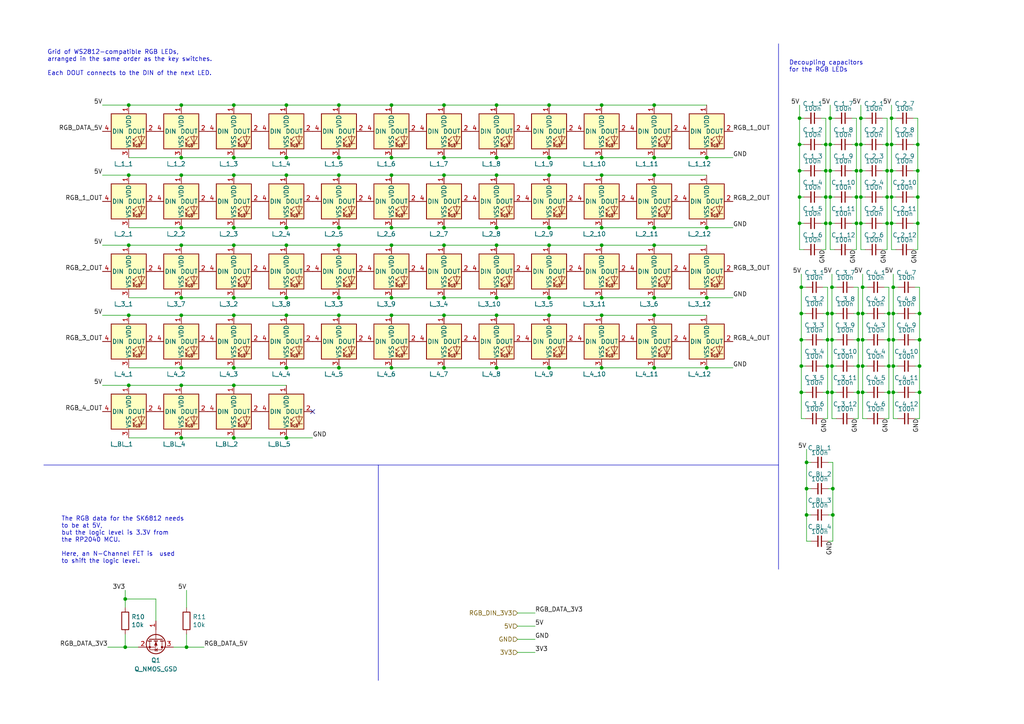
<source format=kicad_sch>
(kicad_sch (version 20250114) (generator "eeschema") (generator_version "9.0")
  (paper "A4")
  (title_block (title "PyKey40 RP2040") (date "2023-11-06") (rev "2023.1") (company "Richard Goulter"))
  (text "Grid of WS2812-compatible RGB LEDs,\narranged in the same order as the key switches.\n\nEach DOUT connects to the DIN of the next LED." (at 13.716 22.098 0) (effects (font (size 1.27 1.27)) (justify left bottom)))
  (text "Decoupling capacitors\nfor the RGB LEDs" (at 228.854 21.082 0) (effects (font (size 1.27 1.27)) (justify left bottom)))
  (text "The RGB data for the SK6812 needs\nto be at 5V,\nbut the logic level is 3.3V from\nthe RP2040 MCU.\n\nHere, an N-Channel FET is  used\nto shift the logic level." (at 17.78 163.576 0) (effects (font (size 1.27 1.27)) (justify left bottom)))
  (junction (at 204.978 106.68))
  (junction (at 257.81 90.932))
  (junction (at 258.572 57.15))
  (junction (at 174.498 91.44))
  (junction (at 52.578 91.44))
  (junction (at 257.302 49.53))
  (junction (at 67.818 111.76))
  (junction (at 248.412 64.77))
  (junction (at 128.778 71.12))
  (junction (at 98.298 86.36))
  (junction (at 128.778 50.8))
  (junction (at 52.578 45.72))
  (junction (at 240.03 98.552))
  (junction (at 52.578 106.68))
  (junction (at 266.192 57.15))
  (junction (at 52.578 86.36))
  (junction (at 249.682 41.91))
  (junction (at 54.102 187.706))
  (junction (at 257.81 106.172))
  (junction (at 52.578 127))
  (junction (at 239.522 41.91))
  (junction (at 144.018 71.12))
  (junction (at 239.522 49.53))
  (junction (at 258.572 64.77))
  (junction (at 250.19 113.792))
  (junction (at 174.498 50.8))
  (junction (at 113.538 86.36))
  (junction (at 259.08 83.312))
  (junction (at 231.902 49.53))
  (junction (at 249.682 34.29))
  (junction (at 189.738 66.04))
  (junction (at 239.522 64.77))
  (junction (at 257.81 113.792))
  (junction (at 232.41 113.792))
  (junction (at 241.554 149.352))
  (junction (at 241.3 83.312))
  (junction (at 231.902 64.77))
  (junction (at 248.412 57.15))
  (junction (at 231.902 34.29))
  (junction (at 239.522 57.15))
  (junction (at 189.738 50.8))
  (junction (at 144.018 106.68))
  (junction (at 240.03 90.932))
  (junction (at 232.41 83.312))
  (junction (at 98.298 106.68))
  (junction (at 257.81 98.552))
  (junction (at 266.7 106.172))
  (junction (at 204.978 45.72))
  (junction (at 144.018 45.72))
  (junction (at 248.92 90.932))
  (junction (at 128.778 91.44))
  (junction (at 240.03 106.172))
  (junction (at 259.08 98.552))
  (junction (at 250.19 83.312))
  (junction (at 204.978 66.04))
  (junction (at 83.058 91.44))
  (junction (at 248.92 106.172))
  (junction (at 159.258 106.68))
  (junction (at 67.818 86.36))
  (junction (at 128.778 66.04))
  (junction (at 67.818 30.48))
  (junction (at 174.498 66.04))
  (junction (at 128.778 45.72))
  (junction (at 250.19 90.932))
  (junction (at 189.738 91.44))
  (junction (at 98.298 91.44))
  (junction (at 98.298 45.72))
  (junction (at 232.41 98.552))
  (junction (at 67.818 91.44))
  (junction (at 266.7 90.932))
  (junction (at 258.572 34.29))
  (junction (at 128.778 86.36))
  (junction (at 231.902 41.91))
  (junction (at 37.338 111.76))
  (junction (at 189.738 106.68))
  (junction (at 189.738 86.36))
  (junction (at 232.41 106.172))
  (junction (at 83.058 30.48))
  (junction (at 241.3 98.552))
  (junction (at 204.978 86.36))
  (junction (at 113.538 71.12))
  (junction (at 174.498 30.48))
  (junction (at 174.498 106.68))
  (junction (at 113.538 91.44))
  (junction (at 248.92 113.792))
  (junction (at 240.792 34.29))
  (junction (at 266.192 49.53))
  (junction (at 240.792 49.53))
  (junction (at 37.338 50.8))
  (junction (at 189.738 30.48))
  (junction (at 174.498 86.36))
  (junction (at 83.058 86.36))
  (junction (at 37.338 30.48))
  (junction (at 266.192 41.91))
  (junction (at 113.538 45.72))
  (junction (at 144.018 66.04))
  (junction (at 83.058 66.04))
  (junction (at 113.538 66.04))
  (junction (at 83.058 45.72))
  (junction (at 240.792 64.77))
  (junction (at 257.302 64.77))
  (junction (at 241.3 106.172))
  (junction (at 67.818 50.8))
  (junction (at 159.258 66.04))
  (junction (at 249.682 49.53))
  (junction (at 232.41 90.932))
  (junction (at 240.03 113.792))
  (junction (at 241.3 113.792))
  (junction (at 159.258 86.36))
  (junction (at 144.018 30.48))
  (junction (at 249.682 57.15))
  (junction (at 37.338 91.44))
  (junction (at 52.578 30.48))
  (junction (at 248.412 49.53))
  (junction (at 37.338 71.12))
  (junction (at 189.738 45.72))
  (junction (at 233.934 149.352))
  (junction (at 52.578 111.76))
  (junction (at 159.258 71.12))
  (junction (at 266.7 98.552))
  (junction (at 257.302 41.91))
  (junction (at 258.572 41.91))
  (junction (at 174.498 71.12))
  (junction (at 144.018 86.36))
  (junction (at 113.538 30.48))
  (junction (at 83.058 71.12))
  (junction (at 52.578 50.8))
  (junction (at 52.578 71.12))
  (junction (at 266.192 64.77))
  (junction (at 259.08 90.932))
  (junction (at 67.818 127))
  (junction (at 98.298 30.48))
  (junction (at 248.412 41.91))
  (junction (at 159.258 45.72))
  (junction (at 144.018 50.8))
  (junction (at 83.058 106.68))
  (junction (at 159.258 30.48))
  (junction (at 159.258 91.44))
  (junction (at 259.08 113.792))
  (junction (at 67.818 71.12))
  (junction (at 52.578 66.04))
  (junction (at 241.554 141.732))
  (junction (at 259.08 106.172))
  (junction (at 240.792 41.91))
  (junction (at 36.322 187.706))
  (junction (at 231.902 57.15))
  (junction (at 98.298 71.12))
  (junction (at 233.934 134.112))
  (junction (at 83.058 50.8))
  (junction (at 128.778 30.48))
  (junction (at 128.778 106.68))
  (junction (at 144.018 91.44))
  (junction (at 174.498 45.72))
  (junction (at 189.738 71.12))
  (junction (at 67.818 66.04))
  (junction (at 266.7 113.792))
  (junction (at 257.302 57.15))
  (junction (at 250.19 106.172))
  (junction (at 113.538 106.68))
  (junction (at 258.572 49.53))
  (junction (at 249.682 64.77))
  (junction (at 240.792 57.15))
  (junction (at 67.818 106.68))
  (junction (at 67.818 45.72))
  (junction (at 98.298 50.8))
  (junction (at 36.322 173.736))
  (junction (at 159.258 50.8))
  (junction (at 248.92 98.552))
  (junction (at 233.934 141.732))
  (junction (at 83.058 127))
  (junction (at 241.3 90.932))
  (junction (at 98.298 66.04))
  (junction (at 250.19 98.552))
  (junction (at 113.538 50.8))
  (no_connect (at 90.678 119.38))
  (wire (pts (xy 266.7 113.792) (xy 266.7 121.412)))
  (wire (pts (xy 231.902 57.15) (xy 231.902 49.53)))
  (wire (pts (xy 249.682 64.77) (xy 249.682 57.15)))
  (wire (pts (xy 259.08 113.792) (xy 259.08 106.172)))
  (wire (pts (xy 67.818 111.76) (xy 83.058 111.76)))
  (wire (pts (xy 257.81 106.172) (xy 257.81 113.792)))
  (wire (pts (xy 98.298 86.36) (xy 113.538 86.36)))
  (wire (pts (xy 113.538 30.48) (xy 128.778 30.48)))
  (wire (pts (xy 37.338 66.04) (xy 52.578 66.04)))
  (wire (pts (xy 174.498 86.36) (xy 189.738 86.36)))
  (wire (pts (xy 232.41 113.792) (xy 233.68 113.792)))
  (wire (pts (xy 247.142 41.91) (xy 248.412 41.91)))
  (wire (pts (xy 264.922 49.53) (xy 266.192 49.53)))
  (wire (pts (xy 258.572 34.29) (xy 259.842 34.29)))
  (wire (pts (xy 257.81 113.792) (xy 256.54 113.792)))
  (wire (pts (xy 257.81 98.552) (xy 257.81 106.172)))
  (wire (pts (xy 113.538 45.72) (xy 128.778 45.72)))
  (wire (pts (xy 241.554 141.732) (xy 241.554 149.352)))
  (wire (pts (xy 242.062 72.39) (xy 240.792 72.39)))
  (wire (pts (xy 67.818 127) (xy 83.058 127)))
  (wire (pts (xy 159.258 106.68) (xy 174.498 106.68)))
  (wire (pts (xy 256.54 83.312) (xy 257.81 83.312)))
  (wire (pts (xy 67.818 45.72) (xy 83.058 45.72)))
  (wire (pts (xy 241.554 156.972) (xy 240.284 156.972)))
  (wire (pts (xy 37.338 71.12) (xy 52.578 71.12)))
  (wire (pts (xy 248.92 113.792) (xy 247.65 113.792)))
  (wire (pts (xy 239.522 57.15) (xy 239.522 64.77)))
  (wire (pts (xy 232.41 98.552) (xy 232.41 90.932)))
  (wire (pts (xy 258.572 72.39) (xy 258.572 64.77)))
  (wire (pts (xy 233.934 130.302) (xy 233.934 134.112)))
  (wire (pts (xy 259.08 106.172) (xy 260.35 106.172)))
  (wire (pts (xy 241.3 79.502) (xy 241.3 83.312)))
  (wire (pts (xy 231.902 72.39) (xy 231.902 64.77)))
  (wire (pts (xy 257.81 113.792) (xy 257.81 121.412)))
  (wire (pts (xy 159.258 71.12) (xy 174.498 71.12)))
  (wire (pts (xy 240.03 106.172) (xy 240.03 113.792)))
  (wire (pts (xy 240.03 90.932) (xy 240.03 98.552)))
  (wire (pts (xy 45.212 173.736) (xy 45.212 180.086)))
  (wire (pts (xy 113.538 86.36) (xy 128.778 86.36)))
  (wire (pts (xy 52.578 106.68) (xy 67.818 106.68)))
  (wire (pts (xy 144.018 50.8) (xy 159.258 50.8)))
  (wire (pts (xy 266.192 34.29) (xy 264.922 34.29)))
  (wire (pts (xy 174.498 91.44) (xy 189.738 91.44)))
  (wire (pts (xy 266.7 98.552) (xy 266.7 90.932)))
  (wire (pts (xy 266.7 113.792) (xy 265.43 113.792)))
  (wire (pts (xy 159.258 86.36) (xy 174.498 86.36)))
  (wire (pts (xy 204.978 106.68) (xy 212.598 106.68)))
  (wire (pts (xy 266.7 90.932) (xy 266.7 83.312)))
  (wire (pts (xy 247.142 49.53) (xy 248.412 49.53)))
  (wire (pts (xy 36.322 173.736) (xy 45.212 173.736)))
  (wire (pts (xy 29.718 111.76) (xy 37.338 111.76)))
  (wire (pts (xy 250.19 106.172) (xy 250.19 98.552)))
  (wire (pts (xy 29.718 71.12) (xy 37.338 71.12)))
  (wire (pts (xy 258.572 57.15) (xy 258.572 49.53)))
  (wire (pts (xy 144.018 66.04) (xy 159.258 66.04)))
  (wire (pts (xy 240.792 34.29) (xy 242.062 34.29)))
  (wire (pts (xy 159.258 66.04) (xy 174.498 66.04)))
  (wire (pts (xy 98.298 71.12) (xy 113.538 71.12)))
  (wire (pts (xy 248.412 41.91) (xy 248.412 34.29)))
  (wire (pts (xy 231.902 49.53) (xy 233.172 49.53)))
  (wire (pts (xy 52.578 127) (xy 67.818 127)))
  (wire (pts (xy 240.792 41.91) (xy 242.062 41.91)))
  (wire (pts (xy 248.412 64.77) (xy 247.142 64.77)))
  (wire (pts (xy 98.298 30.48) (xy 113.538 30.48)))
  (wire (pts (xy 265.43 90.932) (xy 266.7 90.932)))
  (wire (pts (xy 98.298 45.72) (xy 113.538 45.72)))
  (wire (pts (xy 231.902 30.48) (xy 231.902 34.29)))
  (wire (pts (xy 249.682 49.53) (xy 249.682 41.91)))
  (wire (pts (xy 266.7 83.312) (xy 265.43 83.312)))
  (wire (pts (xy 258.572 64.77) (xy 258.572 57.15)))
  (wire (pts (xy 144.018 71.12) (xy 159.258 71.12)))
  (wire (pts (xy 266.192 49.53) (xy 266.192 57.15)))
  (wire (pts (xy 248.92 98.552) (xy 248.92 90.932)))
  (wire (pts (xy 250.19 113.792) (xy 250.19 106.172)))
  (wire (pts (xy 248.412 49.53) (xy 248.412 57.15)))
  (wire (pts (xy 250.19 90.932) (xy 250.19 83.312)))
  (wire (pts (xy 189.738 71.12) (xy 204.978 71.12)))
  (wire (pts (xy 240.03 83.312) (xy 240.03 90.932)))
  (wire (pts (xy 36.322 171.196) (xy 36.322 173.736)))
  (wire (pts (xy 37.338 50.8) (xy 52.578 50.8)))
  (wire (pts (xy 249.682 57.15) (xy 249.682 49.53)))
  (wire (pts (xy 248.92 121.412) (xy 247.65 121.412)))
  (wire (pts (xy 98.298 106.68) (xy 113.538 106.68)))
  (wire (pts (xy 241.554 134.112) (xy 241.554 141.732)))
  (wire (pts (xy 248.92 106.172) (xy 248.92 113.792)))
  (wire (pts (xy 240.792 64.77) (xy 240.792 57.15)))
  (wire (pts (xy 257.302 41.91) (xy 257.302 49.53)))
  (wire (pts (xy 150.114 185.42) (xy 155.194 185.42)))
  (wire (pts (xy 250.19 113.792) (xy 251.46 113.792)))
  (wire (pts (xy 231.902 72.39) (xy 233.172 72.39)))
  (wire (pts (xy 159.258 91.44) (xy 174.498 91.44)))
  (wire (pts (xy 36.322 187.706) (xy 31.242 187.706)))
  (wire (pts (xy 233.934 141.732) (xy 233.934 134.112)))
  (wire (pts (xy 189.738 50.8) (xy 204.978 50.8)))
  (wire (pts (xy 83.058 50.8) (xy 98.298 50.8)))
  (wire (pts (xy 239.522 41.91) (xy 238.252 41.91)))
  (wire (pts (xy 83.058 106.68) (xy 98.298 106.68)))
  (wire (pts (xy 98.298 91.44) (xy 113.538 91.44)))
  (wire (pts (xy 239.522 72.39) (xy 238.252 72.39)))
  (wire (pts (xy 67.818 106.68) (xy 83.058 106.68)))
  (wire (pts (xy 239.522 41.91) (xy 239.522 49.53)))
  (wire (pts (xy 128.778 66.04) (xy 144.018 66.04)))
  (wire (pts (xy 232.41 121.412) (xy 233.68 121.412)))
  (wire (pts (xy 249.682 64.77) (xy 250.952 64.77)))
  (wire (pts (xy 250.19 121.412) (xy 251.46 121.412)))
  (wire (pts (xy 266.192 57.15) (xy 266.192 64.77)))
  (wire (pts (xy 128.778 50.8) (xy 144.018 50.8)))
  (wire (pts (xy 240.03 98.552) (xy 240.03 106.172)))
  (wire (pts (xy 247.65 98.552) (xy 248.92 98.552)))
  (wire (pts (xy 266.7 121.412) (xy 265.43 121.412)))
  (wire (pts (xy 256.032 34.29) (xy 257.302 34.29)))
  (wire (pts (xy 174.498 71.12) (xy 189.738 71.12)))
  (wire (pts (xy 257.302 64.77) (xy 257.302 72.39)))
  (wire (pts (xy 232.41 90.932) (xy 232.41 83.312)))
  (wire (pts (xy 248.92 98.552) (xy 248.92 106.172)))
  (wire (pts (xy 67.818 30.48) (xy 83.058 30.48)))
  (wire (pts (xy 259.08 90.932) (xy 259.08 83.312)))
  (wire (pts (xy 159.258 30.48) (xy 174.498 30.48)))
  (wire (pts (xy 83.058 71.12) (xy 98.298 71.12)))
  (wire (pts (xy 258.572 49.53) (xy 259.842 49.53)))
  (wire (pts (xy 37.338 30.48) (xy 52.578 30.48)))
  (wire (pts (xy 54.102 171.196) (xy 54.102 176.276)))
  (wire (pts (xy 189.738 30.48) (xy 204.978 30.48)))
  (wire (pts (xy 144.018 91.44) (xy 159.258 91.44)))
  (wire (pts (xy 257.81 83.312) (xy 257.81 90.932)))
  (wire (pts (xy 250.19 121.412) (xy 250.19 113.792)))
  (wire (pts (xy 239.522 49.53) (xy 239.522 57.15)))
  (wire (pts (xy 144.018 106.68) (xy 159.258 106.68)))
  (wire (pts (xy 265.43 98.552) (xy 266.7 98.552)))
  (wire (pts (xy 240.03 90.932) (xy 238.76 90.932)))
  (wire (pts (xy 231.902 34.29) (xy 233.172 34.29)))
  (wire (pts (xy 37.338 106.68) (xy 52.578 106.68)))
  (wire (pts (xy 259.08 98.552) (xy 259.08 90.932)))
  (wire (pts (xy 240.792 64.77) (xy 242.062 64.77)))
  (wire (pts (xy 37.338 45.72) (xy 52.578 45.72)))
  (wire (pts (xy 258.572 41.91) (xy 259.842 41.91)))
  (wire (pts (xy 54.102 187.706) (xy 54.102 183.896)))
  (wire (pts (xy 241.554 149.352) (xy 241.554 156.972)))
  (wire (pts (xy 258.572 49.53) (xy 258.572 41.91)))
  (wire (pts (xy 241.554 141.732) (xy 240.284 141.732)))
  (wire (pts (xy 150.114 177.8) (xy 155.194 177.8)))
  (wire (pts (xy 257.302 41.91) (xy 256.032 41.91)))
  (polyline (pts (xy 225.806 12.7) (xy 225.806 165.1)))
  (wire (pts (xy 248.412 57.15) (xy 248.412 64.77)))
  (wire (pts (xy 232.41 106.172) (xy 233.68 106.172)))
  (wire (pts (xy 264.922 41.91) (xy 266.192 41.91)))
  (wire (pts (xy 240.03 98.552) (xy 238.76 98.552)))
  (wire (pts (xy 250.19 98.552) (xy 251.46 98.552)))
  (wire (pts (xy 248.412 72.39) (xy 247.142 72.39)))
  (wire (pts (xy 249.682 30.48) (xy 249.682 34.29)))
  (wire (pts (xy 40.132 187.706) (xy 36.322 187.706)))
  (wire (pts (xy 257.302 72.39) (xy 256.032 72.39)))
  (wire (pts (xy 52.578 50.8) (xy 67.818 50.8)))
  (wire (pts (xy 257.302 34.29) (xy 257.302 41.91)))
  (wire (pts (xy 52.578 30.48) (xy 67.818 30.48)))
  (wire (pts (xy 232.41 113.792) (xy 232.41 106.172)))
  (wire (pts (xy 54.102 187.706) (xy 59.182 187.706)))
  (wire (pts (xy 231.902 41.91) (xy 233.172 41.91)))
  (wire (pts (xy 259.08 90.932) (xy 260.35 90.932)))
  (wire (pts (xy 113.538 91.44) (xy 128.778 91.44)))
  (wire (pts (xy 37.338 86.36) (xy 52.578 86.36)))
  (wire (pts (xy 204.978 66.04) (xy 212.598 66.04)))
  (wire (pts (xy 52.578 45.72) (xy 67.818 45.72)))
  (wire (pts (xy 113.538 71.12) (xy 128.778 71.12)))
  (wire (pts (xy 232.41 83.312) (xy 233.68 83.312)))
  (wire (pts (xy 248.412 34.29) (xy 247.142 34.29)))
  (wire (pts (xy 83.058 127) (xy 90.678 127)))
  (wire (pts (xy 174.498 30.48) (xy 189.738 30.48)))
  (wire (pts (xy 248.92 90.932) (xy 248.92 83.312)))
  (wire (pts (xy 240.792 30.48) (xy 240.792 34.29)))
  (wire (pts (xy 233.934 134.112) (xy 235.204 134.112)))
  (wire (pts (xy 36.322 173.736) (xy 36.322 176.276)))
  (wire (pts (xy 50.292 187.706) (xy 54.102 187.706)))
  (wire (pts (xy 52.578 111.76) (xy 67.818 111.76)))
  (wire (pts (xy 36.322 183.896) (xy 36.322 187.706)))
  (wire (pts (xy 232.41 79.502) (xy 232.41 83.312)))
  (wire (pts (xy 240.792 57.15) (xy 240.792 49.53)))
  (wire (pts (xy 266.192 72.39) (xy 264.922 72.39)))
  (wire (pts (xy 257.302 49.53) (xy 256.032 49.53)))
  (wire (pts (xy 240.03 121.412) (xy 238.76 121.412)))
  (wire (pts (xy 240.792 49.53) (xy 242.062 49.53)))
  (wire (pts (xy 37.338 127) (xy 52.578 127)))
  (wire (pts (xy 67.818 91.44) (xy 83.058 91.44)))
  (wire (pts (xy 83.058 91.44) (xy 98.298 91.44)))
  (wire (pts (xy 241.3 98.552) (xy 242.57 98.552)))
  (wire (pts (xy 233.934 156.972) (xy 235.204 156.972)))
  (wire (pts (xy 239.522 49.53) (xy 238.252 49.53)))
  (wire (pts (xy 128.778 86.36) (xy 144.018 86.36)))
  (wire (pts (xy 233.934 149.352) (xy 233.934 141.732)))
  (wire (pts (xy 249.682 41.91) (xy 249.682 34.29)))
  (wire (pts (xy 174.498 50.8) (xy 189.738 50.8)))
  (wire (pts (xy 233.934 149.352) (xy 235.204 149.352)))
  (wire (pts (xy 232.41 106.172) (xy 232.41 98.552)))
  (wire (pts (xy 29.718 30.48) (xy 37.338 30.48)))
  (wire (pts (xy 52.578 91.44) (xy 67.818 91.44)))
  (wire (pts (xy 257.81 90.932) (xy 257.81 98.552)))
  (wire (pts (xy 240.03 106.172) (xy 238.76 106.172)))
  (wire (pts (xy 37.338 91.44) (xy 52.578 91.44)))
  (wire (pts (xy 83.058 86.36) (xy 98.298 86.36)))
  (wire (pts (xy 150.114 181.61) (xy 155.194 181.61)))
  (wire (pts (xy 144.018 45.72) (xy 159.258 45.72)))
  (wire (pts (xy 241.3 121.412) (xy 241.3 113.792)))
  (wire (pts (xy 239.522 64.77) (xy 239.522 72.39)))
  (wire (pts (xy 238.252 34.29) (xy 239.522 34.29)))
  (wire (pts (xy 247.142 57.15) (xy 248.412 57.15)))
  (wire (pts (xy 37.338 111.76) (xy 52.578 111.76)))
  (wire (pts (xy 233.934 156.972) (xy 233.934 149.352)))
  (wire (pts (xy 257.302 57.15) (xy 257.302 64.77)))
  (wire (pts (xy 257.81 106.172) (xy 256.54 106.172)))
  (wire (pts (xy 174.498 66.04) (xy 189.738 66.04)))
  (wire (pts (xy 231.902 57.15) (xy 233.172 57.15)))
  (wire (pts (xy 128.778 91.44) (xy 144.018 91.44)))
  (wire (pts (xy 189.738 66.04) (xy 204.978 66.04)))
  (wire (pts (xy 98.298 50.8) (xy 113.538 50.8)))
  (wire (pts (xy 128.778 30.48) (xy 144.018 30.48)))
  (wire (pts (xy 150.114 189.23) (xy 155.194 189.23)))
  (wire (pts (xy 247.65 90.932) (xy 248.92 90.932)))
  (wire (pts (xy 249.682 41.91) (xy 250.952 41.91)))
  (wire (pts (xy 264.922 57.15) (xy 266.192 57.15)))
  (wire (pts (xy 259.08 113.792) (xy 260.35 113.792)))
  (wire (pts (xy 128.778 106.68) (xy 144.018 106.68)))
  (wire (pts (xy 265.43 106.172) (xy 266.7 106.172)))
  (wire (pts (xy 174.498 45.72) (xy 189.738 45.72)))
  (wire (pts (xy 239.522 64.77) (xy 238.252 64.77)))
  (wire (pts (xy 67.818 66.04) (xy 83.058 66.04)))
  (polyline (pts (xy 109.728 134.874) (xy 109.728 197.358)))
  (wire (pts (xy 128.778 71.12) (xy 144.018 71.12)))
  (wire (pts (xy 257.81 121.412) (xy 256.54 121.412)))
  (wire (pts (xy 266.192 64.77) (xy 266.192 72.39)))
  (wire (pts (xy 67.818 86.36) (xy 83.058 86.36)))
  (wire (pts (xy 144.018 86.36) (xy 159.258 86.36)))
  (wire (pts (xy 249.682 72.39) (xy 249.682 64.77)))
  (wire (pts (xy 259.08 106.172) (xy 259.08 98.552)))
  (wire (pts (xy 231.902 64.77) (xy 231.902 57.15)))
  (wire (pts (xy 259.08 83.312) (xy 260.35 83.312)))
  (wire (pts (xy 241.554 149.352) (xy 240.284 149.352)))
  (wire (pts (xy 174.498 106.68) (xy 189.738 106.68)))
  (wire (pts (xy 232.41 121.412) (xy 232.41 113.792)))
  (wire (pts (xy 257.81 98.552) (xy 256.54 98.552)))
  (wire (pts (xy 231.902 49.53) (xy 231.902 41.91)))
  (wire (pts (xy 189.738 45.72) (xy 204.978 45.72)))
  (polyline (pts (xy 12.7 134.874) (xy 225.806 134.874)))
  (wire (pts (xy 67.818 71.12) (xy 83.058 71.12)))
  (wire (pts (xy 67.818 50.8) (xy 83.058 50.8)))
  (wire (pts (xy 113.538 50.8) (xy 128.778 50.8)))
  (wire (pts (xy 159.258 45.72) (xy 174.498 45.72)))
  (wire (pts (xy 258.572 57.15) (xy 259.842 57.15)))
  (wire (pts (xy 29.718 50.8) (xy 37.338 50.8)))
  (wire (pts (xy 248.92 83.312) (xy 247.65 83.312)))
  (wire (pts (xy 231.902 41.91) (xy 231.902 34.29)))
  (wire (pts (xy 83.058 45.72) (xy 98.298 45.72)))
  (wire (pts (xy 250.19 83.312) (xy 251.46 83.312)))
  (wire (pts (xy 241.3 113.792) (xy 241.3 106.172)))
  (wire (pts (xy 247.65 106.172) (xy 248.92 106.172)))
  (wire (pts (xy 232.41 98.552) (xy 233.68 98.552)))
  (wire (pts (xy 144.018 30.48) (xy 159.258 30.48)))
  (wire (pts (xy 241.3 90.932) (xy 242.57 90.932)))
  (wire (pts (xy 189.738 91.44) (xy 204.978 91.44)))
  (wire (pts (xy 240.03 113.792) (xy 240.03 121.412)))
  (wire (pts (xy 249.682 49.53) (xy 250.952 49.53)))
  (wire (pts (xy 83.058 30.48) (xy 98.298 30.48)))
  (wire (pts (xy 260.35 121.412) (xy 259.08 121.412)))
  (wire (pts (xy 248.412 49.53) (xy 248.412 41.91)))
  (wire (pts (xy 239.522 34.29) (xy 239.522 41.91)))
  (wire (pts (xy 241.3 113.792) (xy 242.57 113.792)))
  (wire (pts (xy 240.792 57.15) (xy 242.062 57.15)))
  (wire (pts (xy 266.192 64.77) (xy 264.922 64.77)))
  (wire (pts (xy 258.572 64.77) (xy 259.842 64.77)))
  (wire (pts (xy 249.682 72.39) (xy 250.952 72.39)))
  (wire (pts (xy 83.058 66.04) (xy 98.298 66.04)))
  (wire (pts (xy 250.19 98.552) (xy 250.19 90.932)))
  (wire (pts (xy 52.578 71.12) (xy 67.818 71.12)))
  (wire (pts (xy 259.08 121.412) (xy 259.08 113.792)))
  (wire (pts (xy 128.778 45.72) (xy 144.018 45.72)))
  (wire (pts (xy 232.41 90.932) (xy 233.68 90.932)))
  (wire (pts (xy 98.298 66.04) (xy 113.538 66.04)))
  (wire (pts (xy 52.578 66.04) (xy 67.818 66.04)))
  (wire (pts (xy 257.302 64.77) (xy 256.032 64.77)))
  (wire (pts (xy 257.302 49.53) (xy 257.302 57.15)))
  (wire (pts (xy 113.538 66.04) (xy 128.778 66.04)))
  (wire (pts (xy 189.738 86.36) (xy 204.978 86.36)))
  (wire (pts (xy 257.302 57.15) (xy 256.032 57.15)))
  (wire (pts (xy 240.03 113.792) (xy 238.76 113.792)))
  (wire (pts (xy 29.718 91.44) (xy 37.338 91.44)))
  (wire (pts (xy 249.682 57.15) (xy 250.952 57.15)))
  (wire (pts (xy 240.792 41.91) (xy 240.792 34.29)))
  (wire (pts (xy 240.284 134.112) (xy 241.554 134.112)))
  (wire (pts (xy 240.792 49.53) (xy 240.792 41.91)))
  (wire (pts (xy 258.572 41.91) (xy 258.572 34.29)))
  (wire (pts (xy 204.978 45.72) (xy 212.598 45.72)))
  (wire (pts (xy 250.19 106.172) (xy 251.46 106.172)))
  (wire (pts (xy 239.522 57.15) (xy 238.252 57.15)))
  (wire (pts (xy 204.978 86.36) (xy 212.598 86.36)))
  (wire (pts (xy 241.3 90.932) (xy 241.3 83.312)))
  (wire (pts (xy 240.792 72.39) (xy 240.792 64.77)))
  (wire (pts (xy 241.3 106.172) (xy 241.3 98.552)))
  (wire (pts (xy 266.7 98.552) (xy 266.7 106.172)))
  (wire (pts (xy 241.3 106.172) (xy 242.57 106.172)))
  (wire (pts (xy 248.412 64.77) (xy 248.412 72.39)))
  (wire (pts (xy 249.682 34.29) (xy 250.952 34.29)))
  (wire (pts (xy 233.934 141.732) (xy 235.204 141.732)))
  (wire (pts (xy 242.57 121.412) (xy 241.3 121.412)))
  (wire (pts (xy 250.19 79.502) (xy 250.19 83.312)))
  (wire (pts (xy 231.902 64.77) (xy 233.172 64.77)))
  (wire (pts (xy 250.19 90.932) (xy 251.46 90.932)))
  (wire (pts (xy 258.572 30.48) (xy 258.572 34.29)))
  (wire (pts (xy 52.578 86.36) (xy 67.818 86.36)))
  (wire (pts (xy 266.192 41.91) (xy 266.192 34.29)))
  (wire (pts (xy 189.738 106.68) (xy 204.978 106.68)))
  (wire (pts (xy 159.258 50.8) (xy 174.498 50.8)))
  (wire (pts (xy 259.08 79.502) (xy 259.08 83.312)))
  (wire (pts (xy 259.08 98.552) (xy 260.35 98.552)))
  (wire (pts (xy 257.81 90.932) (xy 256.54 90.932)))
  (wire (pts (xy 248.92 113.792) (xy 248.92 121.412)))
  (wire (pts (xy 259.842 72.39) (xy 258.572 72.39)))
  (wire (pts (xy 266.192 49.53) (xy 266.192 41.91)))
  (wire (pts (xy 241.3 98.552) (xy 241.3 90.932)))
  (wire (pts (xy 266.7 106.172) (xy 266.7 113.792)))
  (wire (pts (xy 241.3 83.312) (xy 242.57 83.312)))
  (wire (pts (xy 113.538 106.68) (xy 128.778 106.68)))
  (wire (pts (xy 238.76 83.312) (xy 240.03 83.312)))
  (label "5V" (at 29.718 71.12 180))
  (label "GND" (at 257.302 72.39 270))
  (label "GND" (at 212.598 45.72 0))
  (label "3V3" (at 36.322 171.196 180))
  (label "RGB_DATA_5V" (at 29.718 38.1 180))
  (label "RGB_4_OUT" (at 212.598 99.06 0))
  (label "RGB_1_OUT" (at 212.598 38.1 0))
  (label "RGB_4_OUT" (at 29.718 119.38 180))
  (label "5V" (at 29.718 91.44 180))
  (label "GND" (at 241.554 156.972 270))
  (label "RGB_DATA_3V3" (at 31.242 187.706 180))
  (label "GND" (at 240.03 121.412 270))
  (label "RGB_DATA_3V3" (at 155.194 177.8 0))
  (label "5V" (at 240.792 30.48 180))
  (label "5V" (at 29.718 111.76 180))
  (label "RGB_1_OUT" (at 29.718 58.42 180))
  (label "GND" (at 248.92 121.412 270))
  (label "GND" (at 239.522 72.39 270))
  (label "GND" (at 266.192 72.39 270))
  (label "5V" (at 29.718 50.8 180))
  (label "5V" (at 249.682 30.48 180))
  (label "5V" (at 233.934 130.302 180))
  (label "5V" (at 29.718 30.48 180))
  (label "GND" (at 212.598 66.04 0))
  (label "5V" (at 231.902 30.48 180))
  (label "RGB_2_OUT" (at 29.718 78.74 180))
  (label "5V" (at 54.102 171.196 180))
  (label "GND" (at 212.598 86.36 0))
  (label "GND" (at 90.678 127 0))
  (label "5V" (at 232.41 79.502 180))
  (label "RGB_2_OUT" (at 212.598 58.42 0))
  (label "RGB_3_OUT" (at 29.718 99.06 180))
  (label "RGB_DATA_5V" (at 59.182 187.706 0))
  (label "5V" (at 250.19 79.502 180))
  (label "GND" (at 155.194 185.42 0))
  (label "5V" (at 258.572 30.48 180))
  (label "5V" (at 155.194 181.61 0))
  (label "GND" (at 248.412 72.39 270))
  (label "GND" (at 212.598 106.68 0))
  (label "3V3" (at 155.194 189.23 0))
  (label "GND" (at 257.81 121.412 270))
  (label "5V" (at 259.08 79.502 180))
  (label "RGB_3_OUT" (at 212.598 78.74 0))
  (label "5V" (at 241.3 79.502 180))
  (label "GND" (at 266.7 121.412 270))
  (hierarchical_label "5V" (shape input) (at 150.114 181.61 180))
  (hierarchical_label "3V3" (shape input) (at 150.114 189.23 180))
  (hierarchical_label "GND" (shape input) (at 150.114 185.42 180))
  (hierarchical_label "RGB_DIN_3V3" (shape input) (at 150.114 177.8 180))
  (symbol (lib_id "LED:WS2812B") (at 83.058 58.42 0) (unit 1)
    (property "Reference" "L_2_4" (at 84.328 68.58 0) (effects (justify right bottom)))
    (property "Value" "SK6812" (effects (hide yes)))
    (property "Footprint" "ProjectLocal:SK6812-MINI-E" (effects (hide yes)))
    (property "Datasheet" "https://cdn-shop.adafruit.com/datasheets/WS2812B.pdf" (effects (hide yes)))
    (property "Description" "RGB LED" (effects (hide yes)))
    (property "LCSC" "C5149201" (effects (hide yes)))
  )
  (symbol (lib_id "Device:C_Small") (at 262.89 83.312 270) (unit 1)
    (property "Reference" "C_4_7" (at 262.89 79.8322 90) (effects (justify bottom)))
    (property "Value" "100n" (at 262.89 79.8068 90) (effects (justify top)))
    (property "Footprint" "Capacitor_SMD:C_0603_1608Metric" (effects (hide yes)))
    (property "Description" "Capacitor (Through-hole or 0805)" (effects (hide yes)))
    (property "LCSC" "C14663" (effects (hide yes)))
  )
  (symbol (lib_id "Device:C_Small") (at 262.89 113.792 270) (unit 1)
    (property "Reference" "C_4_11" (at 262.89 110.3122 90) (effects (justify bottom)))
    (property "Value" "100n" (at 262.89 110.2868 90) (effects (justify top)))
    (property "Footprint" "Capacitor_SMD:C_0603_1608Metric" (effects (hide yes)))
    (property "Description" "Capacitor (Through-hole or 0805)" (effects (hide yes)))
    (property "LCSC" "C14663" (effects (hide yes)))
  )
  (symbol (lib_id "Device:C_Small") (at 244.602 41.91 270) (unit 1)
    (property "Reference" "C_1_8" (at 244.602 38.4302 90) (effects (justify bottom)))
    (property "Value" "100n" (at 244.602 38.4048 90) (effects (justify top)))
    (property "Footprint" "Capacitor_SMD:C_0603_1608Metric" (effects (hide yes)))
    (property "Description" "Capacitor (Through-hole or 0805)" (effects (hide yes)))
    (property "LCSC" "C14663" (effects (hide yes)))
  )
  (symbol (lib_id "LED:WS2812B") (at 98.298 78.74 0) (unit 1)
    (property "Reference" "L_3_5" (at 99.568 88.9 0) (effects (justify right bottom)))
    (property "Value" "SK6812" (effects (hide yes)))
    (property "Footprint" "ProjectLocal:SK6812-MINI-E" (effects (hide yes)))
    (property "Datasheet" "https://cdn-shop.adafruit.com/datasheets/WS2812B.pdf" (effects (hide yes)))
    (property "Description" "RGB LED" (effects (hide yes)))
    (property "LCSC" "C5149201" (effects (hide yes)))
    (instances (project "keyboard-x2-lumberjack-arm-hsrgb" (path "" (reference "L_3_3") (unit 1))) (project "PyKey40-HS" (path "" (reference "L_3_5") (unit 1))))
  )
  (symbol (lib_id "LED:WS2812B") (at 37.338 58.42 0) (unit 1)
    (property "Reference" "L_2_1" (at 38.608 68.58 0) (effects (justify right bottom)))
    (property "Value" "SK6812" (effects (hide yes)))
    (property "Footprint" "ProjectLocal:SK6812-MINI-E" (effects (hide yes)))
    (property "Datasheet" "https://cdn-shop.adafruit.com/datasheets/WS2812B.pdf" (effects (hide yes)))
    (property "Description" "RGB LED" (effects (hide yes)))
    (property "LCSC" "C5149201" (effects (hide yes)))
  )
  (symbol (lib_id "Device:C_Small") (at 235.712 72.39 270) (unit 1)
    (property "Reference" "C_1_6" (at 235.712 68.9102 90) (effects (justify bottom)))
    (property "Value" "100n" (at 235.712 68.8848 90) (effects (justify top)))
    (property "Footprint" "Capacitor_SMD:C_0603_1608Metric" (effects (hide yes)))
    (property "Description" "Capacitor (Through-hole or 0805)" (effects (hide yes)))
    (property "LCSC" "C14663" (effects (hide yes)))
  )
  (symbol (lib_id "LED:WS2812B") (at 113.538 99.06 0) (unit 1)
    (property "Reference" "L_4_6" (at 114.808 109.22 0) (effects (justify right bottom)))
    (property "Value" "SK6812" (effects (hide yes)))
    (property "Footprint" "ProjectLocal:SK6812-MINI-E" (effects (hide yes)))
    (property "Datasheet" "https://cdn-shop.adafruit.com/datasheets/WS2812B.pdf" (effects (hide yes)))
    (property "Description" "RGB LED" (effects (hide yes)))
    (property "LCSC" "C5149201" (effects (hide yes)))
  )
  (symbol (lib_id "LED:WS2812B") (at 52.578 38.1 0) (unit 1)
    (property "Reference" "L_1_2" (at 53.848 48.26 0) (effects (justify right bottom)))
    (property "Value" "SK6812" (effects (hide yes)))
    (property "Footprint" "ProjectLocal:SK6812-MINI-E" (effects (hide yes)))
    (property "Datasheet" "https://cdn-shop.adafruit.com/datasheets/WS2812B.pdf" (effects (hide yes)))
    (property "Description" "RGB LED" (effects (hide yes)))
    (property "LCSC" "C5149201" (effects (hide yes)))
  )
  (symbol (lib_id "Device:C_Small") (at 253.492 41.91 270) (unit 1)
    (property "Reference" "C_2_2" (at 253.492 38.4302 90) (effects (justify bottom)))
    (property "Value" "100n" (at 253.492 38.4048 90) (effects (justify top)))
    (property "Footprint" "Capacitor_SMD:C_0603_1608Metric" (effects (hide yes)))
    (property "Description" "Capacitor (Through-hole or 0805)" (effects (hide yes)))
    (property "LCSC" "C14663" (effects (hide yes)))
  )
  (symbol (lib_id "Device:C_Small") (at 236.22 113.792 270) (unit 1)
    (property "Reference" "C_3_5" (at 236.22 110.3122 90) (effects (justify bottom)))
    (property "Value" "100n" (at 236.22 110.2868 90) (effects (justify top)))
    (property "Footprint" "Capacitor_SMD:C_0603_1608Metric" (effects (hide yes)))
    (property "Description" "Capacitor (Through-hole or 0805)" (effects (hide yes)))
    (property "LCSC" "C14663" (effects (hide yes)))
  )
  (symbol (lib_id "Device:C_Small") (at 262.382 34.29 270) (unit 1)
    (property "Reference" "C_2_7" (at 262.382 30.8102 90) (effects (justify bottom)))
    (property "Value" "100n" (at 262.382 30.7848 90) (effects (justify top)))
    (property "Footprint" "Capacitor_SMD:C_0603_1608Metric" (effects (hide yes)))
    (property "Description" "Capacitor (Through-hole or 0805)" (effects (hide yes)))
    (property "LCSC" "C14663" (effects (hide yes)))
  )
  (symbol (lib_id "LED:WS2812B") (at 144.018 58.42 0) (unit 1)
    (property "Reference" "L_2_8" (at 145.288 68.58 0) (effects (justify right bottom)))
    (property "Value" "SK6812" (effects (hide yes)))
    (property "Footprint" "ProjectLocal:SK6812-MINI-E" (effects (hide yes)))
    (property "Datasheet" "https://cdn-shop.adafruit.com/datasheets/WS2812B.pdf" (effects (hide yes)))
    (property "Description" "RGB LED" (effects (hide yes)))
    (property "LCSC" "C5149201" (effects (hide yes)))
  )
  (symbol (lib_id "Device:C_Small") (at 237.744 149.352 270) (unit 1)
    (property "Reference" "C_BL_3" (at 237.744 145.8722 90) (effects (justify bottom)))
    (property "Value" "100n" (at 237.744 145.8468 90) (effects (justify top)))
    (property "Footprint" "Capacitor_SMD:C_0603_1608Metric" (effects (hide yes)))
    (property "Description" "Capacitor (Through-hole or 0805)" (effects (hide yes)))
    (property "LCSC" "C14663" (effects (hide yes)))
  )
  (symbol (lib_id "Device:C_Small") (at 235.712 34.29 270) (unit 1)
    (property "Reference" "C_1_1" (at 235.712 30.8102 90) (effects (justify bottom)))
    (property "Value" "100n" (at 235.712 30.7848 90) (effects (justify top)))
    (property "Footprint" "Capacitor_SMD:C_0603_1608Metric" (effects (hide yes)))
    (property "Description" "Capacitor (Through-hole or 0805)" (effects (hide yes)))
    (property "LCSC" "C14663" (effects (hide yes)))
  )
  (symbol (lib_id "Device:C_Small") (at 236.22 83.312 270) (unit 1)
    (property "Reference" "C_3_1" (at 236.22 79.8322 90) (effects (justify bottom)))
    (property "Value" "100n" (at 236.22 79.8068 90) (effects (justify top)))
    (property "Footprint" "Capacitor_SMD:C_0603_1608Metric" (effects (hide yes)))
    (property "Description" "Capacitor (Through-hole or 0805)" (effects (hide yes)))
    (property "LCSC" "C14663" (effects (hide yes)))
  )
  (symbol (lib_id "Device:R") (at 54.102 180.086 0) (unit 1)
    (property "Reference" "R11" (at 55.88 178.9176 0) (effects (justify left)))
    (property "Value" "10k" (at 55.88 181.229 0) (effects (justify left)))
    (property "Footprint" "Resistor_SMD:R_0603_1608Metric" (effects (hide yes)))
    (property "LCSC" "C25804" (effects (hide yes)))
    (instances (project "PyKey40-HS" (path "" (reference "R11") (unit 1))) (project "logic-level-shifting-3v3-to-5v-using-fet" (path "" (reference "R2") (unit 1))))
  )
  (symbol (lib_id "Device:C_Small") (at 262.89 98.552 270) (unit 1)
    (property "Reference" "C_4_9" (at 262.89 95.0722 90) (effects (justify bottom)))
    (property "Value" "100n" (at 262.89 95.0468 90) (effects (justify top)))
    (property "Footprint" "Capacitor_SMD:C_0603_1608Metric" (effects (hide yes)))
    (property "Description" "Capacitor (Through-hole or 0805)" (effects (hide yes)))
    (property "LCSC" "C14663" (effects (hide yes)))
  )
  (symbol (lib_id "Device:C_Small") (at 253.492 72.39 270) (unit 1)
    (property "Reference" "C_2_6" (at 253.492 68.9102 90) (effects (justify bottom)))
    (property "Value" "100n" (at 253.492 68.8848 90) (effects (justify top)))
    (property "Footprint" "Capacitor_SMD:C_0603_1608Metric" (effects (hide yes)))
    (property "Description" "Capacitor (Through-hole or 0805)" (effects (hide yes)))
    (property "LCSC" "C14663" (effects (hide yes)))
  )
  (symbol (lib_id "LED:WS2812B") (at 113.538 38.1 0) (unit 1)
    (property "Reference" "L_1_6" (at 114.808 48.26 0) (effects (justify right bottom)))
    (property "Value" "SK6812" (effects (hide yes)))
    (property "Footprint" "ProjectLocal:SK6812-MINI-E" (effects (hide yes)))
    (property "Datasheet" "https://cdn-shop.adafruit.com/datasheets/WS2812B.pdf" (effects (hide yes)))
    (property "Description" "RGB LED" (effects (hide yes)))
    (property "LCSC" "C5149201" (effects (hide yes)))
  )
  (symbol (lib_id "Device:C_Small") (at 237.744 141.732 270) (unit 1)
    (property "Reference" "C_BL_2" (at 237.744 138.2522 90) (effects (justify bottom)))
    (property "Value" "100n" (at 237.744 138.2268 90) (effects (justify top)))
    (property "Footprint" "Capacitor_SMD:C_0603_1608Metric" (effects (hide yes)))
    (property "Description" "Capacitor (Through-hole or 0805)" (effects (hide yes)))
    (property "LCSC" "C14663" (effects (hide yes)))
  )
  (symbol (lib_id "LED:WS2812B") (at 204.978 58.42 0) (unit 1)
    (property "Reference" "L_2_12" (at 206.248 68.58 0) (effects (justify right bottom)))
    (property "Value" "SK6812" (effects (hide yes)))
    (property "Footprint" "ProjectLocal:SK6812-MINI-E" (effects (hide yes)))
    (property "Datasheet" "https://cdn-shop.adafruit.com/datasheets/WS2812B.pdf" (effects (hide yes)))
    (property "Description" "RGB LED" (effects (hide yes)))
    (property "LCSC" "C5149201" (effects (hide yes)))
  )
  (symbol (lib_id "LED:WS2812B") (at 67.818 58.42 0) (unit 1)
    (property "Reference" "L_2_3" (at 69.088 68.58 0) (effects (justify right bottom)))
    (property "Value" "SK6812" (effects (hide yes)))
    (property "Footprint" "ProjectLocal:SK6812-MINI-E" (effects (hide yes)))
    (property "Datasheet" "https://cdn-shop.adafruit.com/datasheets/WS2812B.pdf" (effects (hide yes)))
    (property "Description" "RGB LED" (effects (hide yes)))
    (property "LCSC" "C5149201" (effects (hide yes)))
  )
  (symbol (lib_id "LED:WS2812B") (at 204.978 38.1 0) (unit 1)
    (property "Reference" "L_1_12" (at 206.248 48.26 0) (effects (justify right bottom)))
    (property "Value" "SK6812" (effects (hide yes)))
    (property "Footprint" "ProjectLocal:SK6812-MINI-E" (effects (hide yes)))
    (property "Datasheet" "https://cdn-shop.adafruit.com/datasheets/WS2812B.pdf" (effects (hide yes)))
    (property "Description" "RGB LED" (effects (hide yes)))
    (property "LCSC" "C5149201" (effects (hide yes)))
  )
  (symbol (lib_id "Device:C_Small") (at 235.712 64.77 270) (unit 1)
    (property "Reference" "C_1_5" (at 235.712 61.2902 90) (effects (justify bottom)))
    (property "Value" "100n" (at 235.712 61.2648 90) (effects (justify top)))
    (property "Footprint" "Capacitor_SMD:C_0603_1608Metric" (effects (hide yes)))
    (property "Description" "Capacitor (Through-hole or 0805)" (effects (hide yes)))
    (property "LCSC" "C14663" (effects (hide yes)))
  )
  (symbol (lib_id "Device:C_Small") (at 262.382 72.39 270) (unit 1)
    (property "Reference" "C_2_12" (at 262.382 68.9102 90) (effects (justify bottom)))
    (property "Value" "100n" (at 262.382 68.8848 90) (effects (justify top)))
    (property "Footprint" "Capacitor_SMD:C_0603_1608Metric" (effects (hide yes)))
    (property "Description" "Capacitor (Through-hole or 0805)" (effects (hide yes)))
    (property "LCSC" "C14663" (effects (hide yes)))
  )
  (symbol (lib_id "LED:WS2812B") (at 144.018 78.74 0) (unit 1)
    (property "Reference" "L_3_8" (at 145.288 88.9 0) (effects (justify right bottom)))
    (property "Value" "SK6812" (effects (hide yes)))
    (property "Footprint" "ProjectLocal:SK6812-MINI-E" (effects (hide yes)))
    (property "Datasheet" "https://cdn-shop.adafruit.com/datasheets/WS2812B.pdf" (effects (hide yes)))
    (property "Description" "RGB LED" (effects (hide yes)))
    (property "LCSC" "C5149201" (effects (hide yes)))
    (instances (project "keyboard-x2-lumberjack-arm-hsrgb" (path "" (reference "L_3_10") (unit 1))) (project "PyKey40-HS" (path "" (reference "L_3_8") (unit 1))))
  )
  (symbol (lib_id "LED:WS2812B") (at 52.578 119.38 0) (unit 1)
    (property "Reference" "L_BL_2" (at 53.848 129.54 0) (effects (justify right bottom)))
    (property "Value" "SK6812" (effects (hide yes)))
    (property "Footprint" "ProjectLocal:LED_WS2812B_PLCC4_5.0x5.0mm_P3.2mm" (effects (hide yes)))
    (property "Datasheet" "https://cdn-shop.adafruit.com/datasheets/WS2812B.pdf" (effects (hide yes)))
    (property "Description" "RGB LED" (effects (hide yes)))
    (property "LCSC" "C2843785" (effects (hide yes)))
    (instances (project "keyboard-x2-lumberjack-arm-hsrgb" (path "" (reference "L_BL_4") (unit 1))) (project "PyKey40-HS" (path "" (reference "L_BL_2") (unit 1))))
  )
  (symbol (lib_id "Device:C_Small") (at 236.22 106.172 270) (unit 1)
    (property "Reference" "C_3_4" (at 236.22 102.6922 90) (effects (justify bottom)))
    (property "Value" "100n" (at 236.22 102.6668 90) (effects (justify top)))
    (property "Footprint" "Capacitor_SMD:C_0603_1608Metric" (effects (hide yes)))
    (property "Description" "Capacitor (Through-hole or 0805)" (effects (hide yes)))
    (property "LCSC" "C14663" (effects (hide yes)))
  )
  (symbol (lib_id "Device:C_Small") (at 262.89 106.172 270) (unit 1)
    (property "Reference" "C_4_10" (at 262.89 102.6922 90) (effects (justify bottom)))
    (property "Value" "100n" (at 262.89 102.6668 90) (effects (justify top)))
    (property "Footprint" "Capacitor_SMD:C_0603_1608Metric" (effects (hide yes)))
    (property "Description" "Capacitor (Through-hole or 0805)" (effects (hide yes)))
    (property "LCSC" "C14663" (effects (hide yes)))
  )
  (symbol (lib_id "LED:WS2812B") (at 113.538 58.42 0) (unit 1)
    (property "Reference" "L_2_6" (at 114.808 68.58 0) (effects (justify right bottom)))
    (property "Value" "SK6812" (effects (hide yes)))
    (property "Footprint" "ProjectLocal:SK6812-MINI-E" (effects (hide yes)))
    (property "Datasheet" "https://cdn-shop.adafruit.com/datasheets/WS2812B.pdf" (effects (hide yes)))
    (property "Description" "RGB LED" (effects (hide yes)))
    (property "LCSC" "C5149201" (effects (hide yes)))
  )
  (symbol (lib_id "LED:WS2812B") (at 67.818 78.74 0) (unit 1)
    (property "Reference" "L_3_3" (at 69.088 88.9 0) (effects (justify right bottom)))
    (property "Value" "SK6812" (effects (hide yes)))
    (property "Footprint" "ProjectLocal:SK6812-MINI-E" (effects (hide yes)))
    (property "Datasheet" "https://cdn-shop.adafruit.com/datasheets/WS2812B.pdf" (effects (hide yes)))
    (property "Description" "RGB LED" (effects (hide yes)))
    (property "LCSC" "C5149201" (effects (hide yes)))
    (instances (project "keyboard-x2-lumberjack-arm-hsrgb" (path "" (reference "L_3_2") (unit 1))) (project "PyKey40-HS" (path "" (reference "L_3_3") (unit 1))))
  )
  (symbol (lib_id "LED:WS2812B") (at 98.298 38.1 0) (unit 1)
    (property "Reference" "L_1_5" (at 99.568 48.26 0) (effects (justify right bottom)))
    (property "Value" "SK6812" (effects (hide yes)))
    (property "Footprint" "ProjectLocal:SK6812-MINI-E" (effects (hide yes)))
    (property "Datasheet" "https://cdn-shop.adafruit.com/datasheets/WS2812B.pdf" (effects (hide yes)))
    (property "Description" "RGB LED" (effects (hide yes)))
    (property "LCSC" "C5149201" (effects (hide yes)))
  )
  (symbol (lib_id "Device:C_Small") (at 254 113.792 270) (unit 1)
    (property "Reference" "C_4_5" (at 254 110.3122 90) (effects (justify bottom)))
    (property "Value" "100n" (at 254 110.2868 90) (effects (justify top)))
    (property "Footprint" "Capacitor_SMD:C_0603_1608Metric" (effects (hide yes)))
    (property "Description" "Capacitor (Through-hole or 0805)" (effects (hide yes)))
    (property "LCSC" "C14663" (effects (hide yes)))
  )
  (symbol (lib_id "Device:C_Small") (at 236.22 90.932 270) (unit 1)
    (property "Reference" "C_3_2" (at 236.22 87.4522 90) (effects (justify bottom)))
    (property "Value" "100n" (at 236.22 87.4268 90) (effects (justify top)))
    (property "Footprint" "Capacitor_SMD:C_0603_1608Metric" (effects (hide yes)))
    (property "Description" "Capacitor (Through-hole or 0805)" (effects (hide yes)))
    (property "LCSC" "C14663" (effects (hide yes)))
  )
  (symbol (lib_id "LED:WS2812B") (at 189.738 99.06 0) (unit 1)
    (property "Reference" "L_4_11" (at 191.008 109.22 0) (effects (justify right bottom)))
    (property "Value" "SK6812" (effects (hide yes)))
    (property "Footprint" "ProjectLocal:SK6812-MINI-E" (effects (hide yes)))
    (property "Datasheet" "https://cdn-shop.adafruit.com/datasheets/WS2812B.pdf" (effects (hide yes)))
    (property "Description" "RGB LED" (effects (hide yes)))
    (property "LCSC" "C5149201" (effects (hide yes)))
  )
  (symbol (lib_id "Device:C_Small") (at 244.602 64.77 270) (unit 1)
    (property "Reference" "C_1_11" (at 244.602 61.2902 90) (effects (justify bottom)))
    (property "Value" "100n" (at 244.602 61.2648 90) (effects (justify top)))
    (property "Footprint" "Capacitor_SMD:C_0603_1608Metric" (effects (hide yes)))
    (property "Description" "Capacitor (Through-hole or 0805)" (effects (hide yes)))
    (property "LCSC" "C14663" (effects (hide yes)))
  )
  (symbol (lib_id "Device:C_Small") (at 235.712 49.53 270) (unit 1)
    (property "Reference" "C_1_3" (at 235.712 46.0502 90) (effects (justify bottom)))
    (property "Value" "100n" (at 235.712 46.0248 90) (effects (justify top)))
    (property "Footprint" "Capacitor_SMD:C_0603_1608Metric" (effects (hide yes)))
    (property "Description" "Capacitor (Through-hole or 0805)" (effects (hide yes)))
    (property "LCSC" "C14663" (effects (hide yes)))
  )
  (symbol (lib_id "LED:WS2812B") (at 174.498 99.06 0) (unit 1)
    (property "Reference" "L_4_10" (at 175.768 109.22 0) (effects (justify right bottom)))
    (property "Value" "SK6812" (effects (hide yes)))
    (property "Footprint" "ProjectLocal:SK6812-MINI-E" (effects (hide yes)))
    (property "Datasheet" "https://cdn-shop.adafruit.com/datasheets/WS2812B.pdf" (effects (hide yes)))
    (property "Description" "RGB LED" (effects (hide yes)))
    (property "LCSC" "C5149201" (effects (hide yes)))
  )
  (symbol (lib_id "LED:WS2812B") (at 204.978 99.06 0) (unit 1)
    (property "Reference" "L_4_12" (at 206.248 109.22 0) (effects (justify right bottom)))
    (property "Value" "SK6812" (effects (hide yes)))
    (property "Footprint" "ProjectLocal:SK6812-MINI-E" (effects (hide yes)))
    (property "Datasheet" "https://cdn-shop.adafruit.com/datasheets/WS2812B.pdf" (effects (hide yes)))
    (property "Description" "RGB LED" (effects (hide yes)))
    (property "LCSC" "C5149201" (effects (hide yes)))
  )
  (symbol (lib_id "LED:WS2812B") (at 67.818 38.1 0) (unit 1)
    (property "Reference" "L_1_3" (at 69.088 48.26 0) (effects (justify right bottom)))
    (property "Value" "SK6812" (effects (hide yes)))
    (property "Footprint" "ProjectLocal:SK6812-MINI-E" (effects (hide yes)))
    (property "Datasheet" "https://cdn-shop.adafruit.com/datasheets/WS2812B.pdf" (effects (hide yes)))
    (property "Description" "RGB LED" (effects (hide yes)))
    (property "LCSC" "C5149201" (effects (hide yes)))
  )
  (symbol (lib_id "LED:WS2812B") (at 83.058 119.38 0) (unit 1)
    (property "Reference" "L_BL_4" (at 84.328 129.54 0) (effects (justify right bottom)))
    (property "Value" "SK6812" (effects (hide yes)))
    (property "Footprint" "ProjectLocal:LED_WS2812B_PLCC4_5.0x5.0mm_P3.2mm" (effects (hide yes)))
    (property "Datasheet" "https://cdn-shop.adafruit.com/datasheets/WS2812B.pdf" (effects (hide yes)))
    (property "Description" "RGB LED" (effects (hide yes)))
    (property "LCSC" "C2843785" (effects (hide yes)))
    (instances (project "keyboard-x2-lumberjack-arm-hsrgb" (path "" (reference "L_BL_5") (unit 1))) (project "PyKey40-HS" (path "" (reference "L_BL_4") (unit 1))))
  )
  (symbol (lib_id "Device:C_Small") (at 244.602 72.39 270) (unit 1)
    (property "Reference" "C_1_12" (at 244.602 68.9102 90) (effects (justify bottom)))
    (property "Value" "100n" (at 244.602 68.8848 90) (effects (justify top)))
    (property "Footprint" "Capacitor_SMD:C_0603_1608Metric" (effects (hide yes)))
    (property "Description" "Capacitor (Through-hole or 0805)" (effects (hide yes)))
    (property "LCSC" "C14663" (effects (hide yes)))
  )
  (symbol (lib_id "LED:WS2812B") (at 144.018 99.06 0) (unit 1)
    (property "Reference" "L_4_8" (at 145.288 109.22 0) (effects (justify right bottom)))
    (property "Value" "SK6812" (effects (hide yes)))
    (property "Footprint" "ProjectLocal:SK6812-MINI-E" (effects (hide yes)))
    (property "Datasheet" "https://cdn-shop.adafruit.com/datasheets/WS2812B.pdf" (effects (hide yes)))
    (property "Description" "RGB LED" (effects (hide yes)))
    (property "LCSC" "C5149201" (effects (hide yes)))
  )
  (symbol (lib_id "LED:WS2812B") (at 67.818 119.38 0) (unit 1)
    (property "Reference" "L_BL_3" (at 69.088 129.54 0) (effects (justify right bottom)))
    (property "Value" "SK6812" (effects (hide yes)))
    (property "Footprint" "ProjectLocal:LED_WS2812B_PLCC4_5.0x5.0mm_P3.2mm" (effects (hide yes)))
    (property "Datasheet" "https://cdn-shop.adafruit.com/datasheets/WS2812B.pdf" (effects (hide yes)))
    (property "Description" "RGB LED" (effects (hide yes)))
    (property "LCSC" "C2843785" (effects (hide yes)))
    (instances (project "keyboard-x2-lumberjack-arm-hsrgb" (path "" (reference "L_BL_2") (unit 1))) (project "PyKey40-HS" (path "" (reference "L_BL_3") (unit 1))))
  )
  (symbol (lib_id "LED:WS2812B") (at 37.338 38.1 0) (unit 1)
    (property "Reference" "L_1_1" (at 38.608 48.26 0) (effects (justify right bottom)))
    (property "Value" "SK6812" (effects (hide yes)))
    (property "Footprint" "ProjectLocal:SK6812-MINI-E" (effects (hide yes)))
    (property "Datasheet" "https://cdn-shop.adafruit.com/datasheets/WS2812B.pdf" (effects (hide yes)))
    (property "Description" "RGB LED" (effects (hide yes)))
    (property "LCSC" "C5149201" (effects (hide yes)))
  )
  (symbol (lib_id "Device:C_Small") (at 254 98.552 270) (unit 1)
    (property "Reference" "C_4_3" (at 254 95.0722 90) (effects (justify bottom)))
    (property "Value" "100n" (at 254 95.0468 90) (effects (justify top)))
    (property "Footprint" "Capacitor_SMD:C_0603_1608Metric" (effects (hide yes)))
    (property "Description" "Capacitor (Through-hole or 0805)" (effects (hide yes)))
    (property "LCSC" "C14663" (effects (hide yes)))
  )
  (symbol (lib_id "Device:C_Small") (at 262.89 121.412 270) (unit 1)
    (property "Reference" "C_4_12" (at 262.89 117.9322 90) (effects (justify bottom)))
    (property "Value" "100n" (at 262.89 117.9068 90) (effects (justify top)))
    (property "Footprint" "Capacitor_SMD:C_0603_1608Metric" (effects (hide yes)))
    (property "Description" "Capacitor (Through-hole or 0805)" (effects (hide yes)))
    (property "LCSC" "C14663" (effects (hide yes)))
  )
  (symbol (lib_id "LED:WS2812B") (at 83.058 38.1 0) (unit 1)
    (property "Reference" "L_1_4" (at 84.328 48.26 0) (effects (justify right bottom)))
    (property "Value" "SK6812" (effects (hide yes)))
    (property "Footprint" "ProjectLocal:SK6812-MINI-E" (effects (hide yes)))
    (property "Datasheet" "https://cdn-shop.adafruit.com/datasheets/WS2812B.pdf" (effects (hide yes)))
    (property "Description" "RGB LED" (effects (hide yes)))
    (property "LCSC" "C5149201" (effects (hide yes)))
  )
  (symbol (lib_id "Device:C_Small") (at 244.602 34.29 270) (unit 1)
    (property "Reference" "C_1_7" (at 244.602 30.8102 90) (effects (justify bottom)))
    (property "Value" "100n" (at 244.602 30.7848 90) (effects (justify top)))
    (property "Footprint" "Capacitor_SMD:C_0603_1608Metric" (effects (hide yes)))
    (property "Description" "Capacitor (Through-hole or 0805)" (effects (hide yes)))
    (property "LCSC" "C14663" (effects (hide yes)))
  )
  (symbol (lib_id "Device:C_Small") (at 245.11 113.792 270) (unit 1)
    (property "Reference" "C_3_11" (at 245.11 110.3122 90) (effects (justify bottom)))
    (property "Value" "100n" (at 245.11 110.2868 90) (effects (justify top)))
    (property "Footprint" "Capacitor_SMD:C_0603_1608Metric" (effects (hide yes)))
    (property "Description" "Capacitor (Through-hole or 0805)" (effects (hide yes)))
    (property "LCSC" "C14663" (effects (hide yes)))
  )
  (symbol (lib_id "LED:WS2812B") (at 159.258 78.74 0) (unit 1)
    (property "Reference" "L_3_9" (at 160.528 88.9 0) (effects (justify right bottom)))
    (property "Value" "SK6812" (effects (hide yes)))
    (property "Footprint" "ProjectLocal:SK6812-MINI-E" (effects (hide yes)))
    (property "Datasheet" "https://cdn-shop.adafruit.com/datasheets/WS2812B.pdf" (effects (hide yes)))
    (property "Description" "RGB LED" (effects (hide yes)))
    (property "LCSC" "C5149201" (effects (hide yes)))
    (instances (project "keyboard-x2-lumberjack-arm-hsrgb" (path "" (reference "L_3_5") (unit 1))) (project "PyKey40-HS" (path "" (reference "L_3_9") (unit 1))))
  )
  (symbol (lib_id "LED:WS2812B") (at 98.298 58.42 0) (unit 1)
    (property "Reference" "L_2_5" (at 99.568 68.58 0) (effects (justify right bottom)))
    (property "Value" "SK6812" (effects (hide yes)))
    (property "Footprint" "ProjectLocal:SK6812-MINI-E" (effects (hide yes)))
    (property "Datasheet" "https://cdn-shop.adafruit.com/datasheets/WS2812B.pdf" (effects (hide yes)))
    (property "Description" "RGB LED" (effects (hide yes)))
    (property "LCSC" "C5149201" (effects (hide yes)))
  )
  (symbol (lib_id "LED:WS2812B") (at 189.738 78.74 0) (unit 1)
    (property "Reference" "L_3_11" (at 191.008 88.9 0) (effects (justify right bottom)))
    (property "Value" "SK6812" (effects (hide yes)))
    (property "Footprint" "ProjectLocal:SK6812-MINI-E" (effects (hide yes)))
    (property "Datasheet" "https://cdn-shop.adafruit.com/datasheets/WS2812B.pdf" (effects (hide yes)))
    (property "Description" "RGB LED" (effects (hide yes)))
    (property "LCSC" "C5149201" (effects (hide yes)))
    (instances (project "keyboard-x2-lumberjack-arm-hsrgb" (path "" (reference "L_3_6") (unit 1))) (project "PyKey40-HS" (path "" (reference "L_3_11") (unit 1))))
  )
  (symbol (lib_id "Device:C_Small") (at 262.382 64.77 270) (unit 1)
    (property "Reference" "C_2_11" (at 262.382 61.2902 90) (effects (justify bottom)))
    (property "Value" "100n" (at 262.382 61.2648 90) (effects (justify top)))
    (property "Footprint" "Capacitor_SMD:C_0603_1608Metric" (effects (hide yes)))
    (property "Description" "Capacitor (Through-hole or 0805)" (effects (hide yes)))
    (property "LCSC" "C14663" (effects (hide yes)))
  )
  (symbol (lib_id "Device:C_Small") (at 262.382 41.91 270) (unit 1)
    (property "Reference" "C_2_8" (at 262.382 38.4302 90) (effects (justify bottom)))
    (property "Value" "100n" (at 262.382 38.4048 90) (effects (justify top)))
    (property "Footprint" "Capacitor_SMD:C_0603_1608Metric" (effects (hide yes)))
    (property "Description" "Capacitor (Through-hole or 0805)" (effects (hide yes)))
    (property "LCSC" "C14663" (effects (hide yes)))
  )
  (symbol (lib_id "Device:C_Small") (at 262.89 90.932 270) (unit 1)
    (property "Reference" "C_4_8" (at 262.89 87.4522 90) (effects (justify bottom)))
    (property "Value" "100n" (at 262.89 87.4268 90) (effects (justify top)))
    (property "Footprint" "Capacitor_SMD:C_0603_1608Metric" (effects (hide yes)))
    (property "Description" "Capacitor (Through-hole or 0805)" (effects (hide yes)))
    (property "LCSC" "C14663" (effects (hide yes)))
  )
  (symbol (lib_id "LED:WS2812B") (at 98.298 99.06 0) (unit 1)
    (property "Reference" "L_4_5" (at 99.568 109.22 0) (effects (justify right bottom)))
    (property "Value" "SK6812" (effects (hide yes)))
    (property "Footprint" "ProjectLocal:SK6812-MINI-E" (effects (hide yes)))
    (property "Datasheet" "https://cdn-shop.adafruit.com/datasheets/WS2812B.pdf" (effects (hide yes)))
    (property "Description" "RGB LED" (effects (hide yes)))
    (property "LCSC" "C5149201" (effects (hide yes)))
  )
  (symbol (lib_id "LED:WS2812B") (at 37.338 119.38 0) (unit 1)
    (property "Reference" "L_BL_1" (at 38.608 129.54 0) (effects (justify right bottom)))
    (property "Value" "SK6812" (effects (hide yes)))
    (property "Footprint" "ProjectLocal:LED_WS2812B_PLCC4_5.0x5.0mm_P3.2mm" (effects (hide yes)))
    (property "Datasheet" "https://cdn-shop.adafruit.com/datasheets/WS2812B.pdf" (effects (hide yes)))
    (property "Description" "RGB LED" (effects (hide yes)))
    (property "LCSC" "C2843785" (effects (hide yes)))
  )
  (symbol (lib_id "Device:C_Small") (at 254 106.172 270) (unit 1)
    (property "Reference" "C_4_4" (at 254 102.6922 90) (effects (justify bottom)))
    (property "Value" "100n" (at 254 102.6668 90) (effects (justify top)))
    (property "Footprint" "Capacitor_SMD:C_0603_1608Metric" (effects (hide yes)))
    (property "Description" "Capacitor (Through-hole or 0805)" (effects (hide yes)))
    (property "LCSC" "C14663" (effects (hide yes)))
  )
  (symbol (lib_id "Device:C_Small") (at 245.11 98.552 270) (unit 1)
    (property "Reference" "C_3_9" (at 245.11 95.0722 90) (effects (justify bottom)))
    (property "Value" "100n" (at 245.11 95.0468 90) (effects (justify top)))
    (property "Footprint" "Capacitor_SMD:C_0603_1608Metric" (effects (hide yes)))
    (property "Description" "Capacitor (Through-hole or 0805)" (effects (hide yes)))
    (property "LCSC" "C14663" (effects (hide yes)))
  )
  (symbol (lib_id "LED:WS2812B") (at 144.018 38.1 0) (unit 1)
    (property "Reference" "L_1_8" (at 145.288 48.26 0) (effects (justify right bottom)))
    (property "Value" "SK6812" (effects (hide yes)))
    (property "Footprint" "ProjectLocal:SK6812-MINI-E" (effects (hide yes)))
    (property "Datasheet" "https://cdn-shop.adafruit.com/datasheets/WS2812B.pdf" (effects (hide yes)))
    (property "Description" "RGB LED" (effects (hide yes)))
    (property "LCSC" "C5149201" (effects (hide yes)))
  )
  (symbol (lib_id "LED:WS2812B") (at 174.498 78.74 0) (unit 1)
    (property "Reference" "L_3_10" (at 175.768 88.9 0) (effects (justify right bottom)))
    (property "Value" "SK6812" (effects (hide yes)))
    (property "Footprint" "ProjectLocal:SK6812-MINI-E" (effects (hide yes)))
    (property "Datasheet" "https://cdn-shop.adafruit.com/datasheets/WS2812B.pdf" (effects (hide yes)))
    (property "Description" "RGB LED" (effects (hide yes)))
    (property "LCSC" "C5149201" (effects (hide yes)))
    (instances (project "keyboard-x2-lumberjack-arm-hsrgb" (path "" (reference "L_3_11") (unit 1))) (project "PyKey40-HS" (path "" (reference "L_3_10") (unit 1))))
  )
  (symbol (lib_id "Device:C_Small") (at 245.11 90.932 270) (unit 1)
    (property "Reference" "C_3_8" (at 245.11 87.4522 90) (effects (justify bottom)))
    (property "Value" "100n" (at 245.11 87.4268 90) (effects (justify top)))
    (property "Footprint" "Capacitor_SMD:C_0603_1608Metric" (effects (hide yes)))
    (property "Description" "Capacitor (Through-hole or 0805)" (effects (hide yes)))
    (property "LCSC" "C14663" (effects (hide yes)))
  )
  (symbol (lib_id "LED:WS2812B") (at 159.258 38.1 0) (unit 1)
    (property "Reference" "L_1_9" (at 160.528 48.26 0) (effects (justify right bottom)))
    (property "Value" "SK6812" (effects (hide yes)))
    (property "Footprint" "ProjectLocal:SK6812-MINI-E" (effects (hide yes)))
    (property "Datasheet" "https://cdn-shop.adafruit.com/datasheets/WS2812B.pdf" (effects (hide yes)))
    (property "Description" "RGB LED" (effects (hide yes)))
    (property "LCSC" "C5149201" (effects (hide yes)))
  )
  (symbol (lib_id "Device:C_Small") (at 236.22 121.412 270) (unit 1)
    (property "Reference" "C_3_6" (at 236.22 117.9322 90) (effects (justify bottom)))
    (property "Value" "100n" (at 236.22 117.9068 90) (effects (justify top)))
    (property "Footprint" "Capacitor_SMD:C_0603_1608Metric" (effects (hide yes)))
    (property "Description" "Capacitor (Through-hole or 0805)" (effects (hide yes)))
    (property "LCSC" "C14663" (effects (hide yes)))
  )
  (symbol (lib_id "Device:C_Small") (at 245.11 106.172 270) (unit 1)
    (property "Reference" "C_3_10" (at 245.11 102.6922 90) (effects (justify bottom)))
    (property "Value" "100n" (at 245.11 102.6668 90) (effects (justify top)))
    (property "Footprint" "Capacitor_SMD:C_0603_1608Metric" (effects (hide yes)))
    (property "Description" "Capacitor (Through-hole or 0805)" (effects (hide yes)))
    (property "LCSC" "C14663" (effects (hide yes)))
  )
  (symbol (lib_id "Device:C_Small") (at 253.492 34.29 270) (unit 1)
    (property "Reference" "C_2_1" (at 253.492 30.8102 90) (effects (justify bottom)))
    (property "Value" "100n" (at 253.492 30.7848 90) (effects (justify top)))
    (property "Footprint" "Capacitor_SMD:C_0603_1608Metric" (effects (hide yes)))
    (property "Description" "Capacitor (Through-hole or 0805)" (effects (hide yes)))
    (property "LCSC" "C14663" (effects (hide yes)))
  )
  (symbol (lib_id "Device:C_Small") (at 235.712 41.91 270) (unit 1)
    (property "Reference" "C_1_2" (at 235.712 38.4302 90) (effects (justify bottom)))
    (property "Value" "100n" (at 235.712 38.4048 90) (effects (justify top)))
    (property "Footprint" "Capacitor_SMD:C_0603_1608Metric" (effects (hide yes)))
    (property "Description" "Capacitor (Through-hole or 0805)" (effects (hide yes)))
    (property "LCSC" "C14663" (effects (hide yes)))
  )
  (symbol (lib_id "LED:WS2812B") (at 174.498 38.1 0) (unit 1)
    (property "Reference" "L_1_10" (at 175.768 48.26 0) (effects (justify right bottom)))
    (property "Value" "SK6812" (effects (hide yes)))
    (property "Footprint" "ProjectLocal:SK6812-MINI-E" (effects (hide yes)))
    (property "Datasheet" "https://cdn-shop.adafruit.com/datasheets/WS2812B.pdf" (effects (hide yes)))
    (property "Description" "RGB LED" (effects (hide yes)))
    (property "LCSC" "C5149201" (effects (hide yes)))
  )
  (symbol (lib_id "LED:WS2812B") (at 159.258 58.42 0) (unit 1)
    (property "Reference" "L_2_9" (at 160.528 68.58 0) (effects (justify right bottom)))
    (property "Value" "SK6812" (effects (hide yes)))
    (property "Footprint" "ProjectLocal:SK6812-MINI-E" (effects (hide yes)))
    (property "Datasheet" "https://cdn-shop.adafruit.com/datasheets/WS2812B.pdf" (effects (hide yes)))
    (property "Description" "RGB LED" (effects (hide yes)))
    (property "LCSC" "C5149201" (effects (hide yes)))
  )
  (symbol (lib_id "Device:C_Small") (at 262.382 57.15 270) (unit 1)
    (property "Reference" "C_2_10" (at 262.382 53.6702 90) (effects (justify bottom)))
    (property "Value" "100n" (at 262.382 53.6448 90) (effects (justify top)))
    (property "Footprint" "Capacitor_SMD:C_0603_1608Metric" (effects (hide yes)))
    (property "Description" "Capacitor (Through-hole or 0805)" (effects (hide yes)))
    (property "LCSC" "C14663" (effects (hide yes)))
  )
  (symbol (lib_id "Device:C_Small") (at 253.492 57.15 270) (unit 1)
    (property "Reference" "C_2_4" (at 253.492 53.6702 90) (effects (justify bottom)))
    (property "Value" "100n" (at 253.492 53.6448 90) (effects (justify top)))
    (property "Footprint" "Capacitor_SMD:C_0603_1608Metric" (effects (hide yes)))
    (property "Description" "Capacitor (Through-hole or 0805)" (effects (hide yes)))
    (property "LCSC" "C14663" (effects (hide yes)))
  )
  (symbol (lib_id "LED:WS2812B") (at 128.778 58.42 0) (unit 1)
    (property "Reference" "L_2_7" (at 130.048 68.58 0) (effects (justify right bottom)))
    (property "Value" "SK6812" (effects (hide yes)))
    (property "Footprint" "ProjectLocal:SK6812-MINI-E" (effects (hide yes)))
    (property "Datasheet" "https://cdn-shop.adafruit.com/datasheets/WS2812B.pdf" (effects (hide yes)))
    (property "Description" "RGB LED" (effects (hide yes)))
    (property "LCSC" "C5149201" (effects (hide yes)))
  )
  (symbol (lib_id "Device:C_Small") (at 244.602 57.15 270) (unit 1)
    (property "Reference" "C_1_10" (at 244.602 53.6702 90) (effects (justify bottom)))
    (property "Value" "100n" (at 244.602 53.6448 90) (effects (justify top)))
    (property "Footprint" "Capacitor_SMD:C_0603_1608Metric" (effects (hide yes)))
    (property "Description" "Capacitor (Through-hole or 0805)" (effects (hide yes)))
    (property "LCSC" "C14663" (effects (hide yes)))
  )
  (symbol (lib_id "LED:WS2812B") (at 128.778 99.06 0) (unit 1)
    (property "Reference" "L_4_7" (at 130.048 109.22 0) (effects (justify right bottom)))
    (property "Value" "SK6812" (effects (hide yes)))
    (property "Footprint" "ProjectLocal:SK6812-MINI-E" (effects (hide yes)))
    (property "Datasheet" "https://cdn-shop.adafruit.com/datasheets/WS2812B.pdf" (effects (hide yes)))
    (property "Description" "RGB LED" (effects (hide yes)))
    (property "LCSC" "C5149201" (effects (hide yes)))
  )
  (symbol (lib_id "LED:WS2812B") (at 128.778 38.1 0) (unit 1)
    (property "Reference" "L_1_7" (at 130.048 48.26 0) (effects (justify right bottom)))
    (property "Value" "SK6812" (effects (hide yes)))
    (property "Footprint" "ProjectLocal:SK6812-MINI-E" (effects (hide yes)))
    (property "Datasheet" "https://cdn-shop.adafruit.com/datasheets/WS2812B.pdf" (effects (hide yes)))
    (property "Description" "RGB LED" (effects (hide yes)))
    (property "LCSC" "C5149201" (effects (hide yes)))
  )
  (symbol (lib_id "LED:WS2812B") (at 37.338 78.74 0) (unit 1)
    (property "Reference" "L_3_1" (at 38.608 88.9 0) (effects (justify right bottom)))
    (property "Value" "SK6812" (effects (hide yes)))
    (property "Footprint" "ProjectLocal:SK6812-MINI-E" (effects (hide yes)))
    (property "Datasheet" "https://cdn-shop.adafruit.com/datasheets/WS2812B.pdf" (effects (hide yes)))
    (property "Description" "RGB LED" (effects (hide yes)))
    (property "LCSC" "C5149201" (effects (hide yes)))
  )
  (symbol (lib_id "Device:R") (at 36.322 180.086 0) (unit 1)
    (property "Reference" "R10" (at 38.1 178.9176 0) (effects (justify left)))
    (property "Value" "10k" (at 38.1 181.229 0) (effects (justify left)))
    (property "Footprint" "Resistor_SMD:R_0603_1608Metric" (effects (hide yes)))
    (property "LCSC" "C25804" (effects (hide yes)))
    (instances (project "PyKey40-HS" (path "" (reference "R10") (unit 1))) (project "logic-level-shifting-3v3-to-5v-using-fet" (path "" (reference "R1") (unit 1))))
  )
  (symbol (lib_id "LED:WS2812B") (at 128.778 78.74 0) (unit 1)
    (property "Reference" "L_3_7" (at 130.048 88.9 0) (effects (justify right bottom)))
    (property "Value" "SK6812" (effects (hide yes)))
    (property "Footprint" "ProjectLocal:SK6812-MINI-E" (effects (hide yes)))
    (property "Datasheet" "https://cdn-shop.adafruit.com/datasheets/WS2812B.pdf" (effects (hide yes)))
    (property "Description" "RGB LED" (effects (hide yes)))
    (property "LCSC" "C5149201" (effects (hide yes)))
    (instances (project "keyboard-x2-lumberjack-arm-hsrgb" (path "" (reference "L_3_4") (unit 1))) (project "PyKey40-HS" (path "" (reference "L_3_7") (unit 1))))
  )
  (symbol (lib_id "Device:C_Small") (at 236.22 98.552 270) (unit 1)
    (property "Reference" "C_3_3" (at 236.22 95.0722 90) (effects (justify bottom)))
    (property "Value" "100n" (at 236.22 95.0468 90) (effects (justify top)))
    (property "Footprint" "Capacitor_SMD:C_0603_1608Metric" (effects (hide yes)))
    (property "Description" "Capacitor (Through-hole or 0805)" (effects (hide yes)))
    (property "LCSC" "C14663" (effects (hide yes)))
  )
  (symbol (lib_id "Device:C_Small") (at 254 83.312 270) (unit 1)
    (property "Reference" "C_4_1" (at 254 79.8322 90) (effects (justify bottom)))
    (property "Value" "100n" (at 254 79.8068 90) (effects (justify top)))
    (property "Footprint" "Capacitor_SMD:C_0603_1608Metric" (effects (hide yes)))
    (property "Description" "Capacitor (Through-hole or 0805)" (effects (hide yes)))
    (property "LCSC" "C14663" (effects (hide yes)))
  )
  (symbol (lib_id "Device:C_Small") (at 254 90.932 270) (unit 1)
    (property "Reference" "C_4_2" (at 254 87.4522 90) (effects (justify bottom)))
    (property "Value" "100n" (at 254 87.4268 90) (effects (justify top)))
    (property "Footprint" "Capacitor_SMD:C_0603_1608Metric" (effects (hide yes)))
    (property "Description" "Capacitor (Through-hole or 0805)" (effects (hide yes)))
    (property "LCSC" "C14663" (effects (hide yes)))
  )
  (symbol (lib_id "Device:C_Small") (at 262.382 49.53 270) (unit 1)
    (property "Reference" "C_2_9" (at 262.382 46.0502 90) (effects (justify bottom)))
    (property "Value" "100n" (at 262.382 46.0248 90) (effects (justify top)))
    (property "Footprint" "Capacitor_SMD:C_0603_1608Metric" (effects (hide yes)))
    (property "Description" "Capacitor (Through-hole or 0805)" (effects (hide yes)))
    (property "LCSC" "C14663" (effects (hide yes)))
  )
  (symbol (lib_id "LED:WS2812B") (at 204.978 78.74 0) (unit 1)
    (property "Reference" "L_3_12" (at 206.248 88.9 0) (effects (justify right bottom)))
    (property "Value" "SK6812" (effects (hide yes)))
    (property "Footprint" "ProjectLocal:SK6812-MINI-E" (effects (hide yes)))
    (property "Datasheet" "https://cdn-shop.adafruit.com/datasheets/WS2812B.pdf" (effects (hide yes)))
    (property "Description" "RGB LED" (effects (hide yes)))
    (property "LCSC" "C5149201" (effects (hide yes)))
  )
  (symbol (lib_id "LED:WS2812B") (at 83.058 99.06 0) (unit 1)
    (property "Reference" "L_4_4" (at 84.328 109.22 0) (effects (justify right bottom)))
    (property "Value" "SK6812" (effects (hide yes)))
    (property "Footprint" "ProjectLocal:SK6812-MINI-E" (effects (hide yes)))
    (property "Datasheet" "https://cdn-shop.adafruit.com/datasheets/WS2812B.pdf" (effects (hide yes)))
    (property "Description" "RGB LED" (effects (hide yes)))
    (property "LCSC" "C5149201" (effects (hide yes)))
  )
  (symbol (lib_id "LED:WS2812B") (at 52.578 58.42 0) (unit 1)
    (property "Reference" "L_2_2" (at 53.848 68.58 0) (effects (justify right bottom)))
    (property "Value" "SK6812" (effects (hide yes)))
    (property "Footprint" "ProjectLocal:SK6812-MINI-E" (effects (hide yes)))
    (property "Datasheet" "https://cdn-shop.adafruit.com/datasheets/WS2812B.pdf" (effects (hide yes)))
    (property "Description" "RGB LED" (effects (hide yes)))
    (property "LCSC" "C5149201" (effects (hide yes)))
  )
  (symbol (lib_id "LED:WS2812B") (at 189.738 38.1 0) (unit 1)
    (property "Reference" "L_1_11" (at 191.008 48.26 0) (effects (justify right bottom)))
    (property "Value" "SK6812" (effects (hide yes)))
    (property "Footprint" "ProjectLocal:SK6812-MINI-E" (effects (hide yes)))
    (property "Datasheet" "https://cdn-shop.adafruit.com/datasheets/WS2812B.pdf" (effects (hide yes)))
    (property "Description" "RGB LED" (effects (hide yes)))
    (property "LCSC" "C5149201" (effects (hide yes)))
  )
  (symbol (lib_id "Device:C_Small") (at 237.744 156.972 270) (unit 1)
    (property "Reference" "C_BL_4" (at 237.744 153.4922 90) (effects (justify bottom)))
    (property "Value" "100n" (at 237.744 153.4668 90) (effects (justify top)))
    (property "Footprint" "Capacitor_SMD:C_0603_1608Metric" (effects (hide yes)))
    (property "Description" "Capacitor (Through-hole or 0805)" (effects (hide yes)))
    (property "LCSC" "C14663" (effects (hide yes)))
  )
  (symbol (lib_id "Device:C_Small") (at 253.492 49.53 270) (unit 1)
    (property "Reference" "C_2_3" (at 253.492 46.0502 90) (effects (justify bottom)))
    (property "Value" "100n" (at 253.492 46.0248 90) (effects (justify top)))
    (property "Footprint" "Capacitor_SMD:C_0603_1608Metric" (effects (hide yes)))
    (property "Description" "Capacitor (Through-hole or 0805)" (effects (hide yes)))
    (property "LCSC" "C14663" (effects (hide yes)))
  )
  (symbol (lib_id "LED:WS2812B") (at 37.338 99.06 0) (unit 1)
    (property "Reference" "L_4_1" (at 38.608 109.22 0) (effects (justify right bottom)))
    (property "Value" "SK6812" (effects (hide yes)))
    (property "Footprint" "ProjectLocal:SK6812-MINI-E" (effects (hide yes)))
    (property "Datasheet" "https://cdn-shop.adafruit.com/datasheets/WS2812B.pdf" (effects (hide yes)))
    (property "Description" "RGB LED" (effects (hide yes)))
    (property "LCSC" "C5149201" (effects (hide yes)))
  )
  (symbol (lib_id "Device:C_Small") (at 253.492 64.77 270) (unit 1)
    (property "Reference" "C_2_5" (at 253.492 61.2902 90) (effects (justify bottom)))
    (property "Value" "100n" (at 253.492 61.2648 90) (effects (justify top)))
    (property "Footprint" "Capacitor_SMD:C_0603_1608Metric" (effects (hide yes)))
    (property "Description" "Capacitor (Through-hole or 0805)" (effects (hide yes)))
    (property "LCSC" "C14663" (effects (hide yes)))
  )
  (symbol (lib_id "Device:C_Small") (at 245.11 83.312 270) (unit 1)
    (property "Reference" "C_3_7" (at 245.11 79.8322 90) (effects (justify bottom)))
    (property "Value" "100n" (at 245.11 79.8068 90) (effects (justify top)))
    (property "Footprint" "Capacitor_SMD:C_0603_1608Metric" (effects (hide yes)))
    (property "Description" "Capacitor (Through-hole or 0805)" (effects (hide yes)))
    (property "LCSC" "C14663" (effects (hide yes)))
  )
  (symbol (lib_id "Device:Q_NMOS_GSD") (at 45.212 185.166 270) (unit 1)
    (property "Reference" "Q1" (at 45.212 191.516 90))
    (property "Value" "Q_NMOS_GSD" (at 45.212 194.056 90))
    (property "Footprint" "Package_TO_SOT_SMD:SOT-23" (effects (hide yes)))
    (property "LCSC" "C347484" (effects (hide yes)))
  )
  (symbol (lib_id "Device:C_Small") (at 244.602 49.53 270) (unit 1)
    (property "Reference" "C_1_9" (at 244.602 46.0502 90) (effects (justify bottom)))
    (property "Value" "100n" (at 244.602 46.0248 90) (effects (justify top)))
    (property "Footprint" "Capacitor_SMD:C_0603_1608Metric" (effects (hide yes)))
    (property "Description" "Capacitor (Through-hole or 0805)" (effects (hide yes)))
    (property "LCSC" "C14663" (effects (hide yes)))
  )
  (symbol (lib_id "Device:C_Small") (at 237.744 134.112 270) (unit 1)
    (property "Reference" "C_BL_1" (at 237.744 130.6322 90) (effects (justify bottom)))
    (property "Value" "100n" (at 237.744 130.6068 90) (effects (justify top)))
    (property "Footprint" "Capacitor_SMD:C_0603_1608Metric" (effects (hide yes)))
    (property "Description" "Capacitor (Through-hole or 0805)" (effects (hide yes)))
    (property "LCSC" "C14663" (effects (hide yes)))
  )
  (symbol (lib_id "Device:C_Small") (at 235.712 57.15 270) (unit 1)
    (property "Reference" "C_1_4" (at 235.712 53.6702 90) (effects (justify bottom)))
    (property "Value" "100n" (at 235.712 53.6448 90) (effects (justify top)))
    (property "Footprint" "Capacitor_SMD:C_0603_1608Metric" (effects (hide yes)))
    (property "Description" "Capacitor (Through-hole or 0805)" (effects (hide yes)))
    (property "LCSC" "C14663" (effects (hide yes)))
  )
  (symbol (lib_id "LED:WS2812B") (at 67.818 99.06 0) (unit 1)
    (property "Reference" "L_4_3" (at 69.088 109.22 0) (effects (justify right bottom)))
    (property "Value" "SK6812" (effects (hide yes)))
    (property "Footprint" "ProjectLocal:SK6812-MINI-E" (effects (hide yes)))
    (property "Datasheet" "https://cdn-shop.adafruit.com/datasheets/WS2812B.pdf" (effects (hide yes)))
    (property "Description" "RGB LED" (effects (hide yes)))
    (property "LCSC" "C5149201" (effects (hide yes)))
  )
  (symbol (lib_id "Device:C_Small") (at 254 121.412 270) (unit 1)
    (property "Reference" "C_4_6" (at 254 117.9322 90) (effects (justify bottom)))
    (property "Value" "100n" (at 254 117.9068 90) (effects (justify top)))
    (property "Footprint" "Capacitor_SMD:C_0603_1608Metric" (effects (hide yes)))
    (property "Description" "Capacitor (Through-hole or 0805)" (effects (hide yes)))
    (property "LCSC" "C14663" (effects (hide yes)))
  )
  (symbol (lib_id "LED:WS2812B") (at 189.738 58.42 0) (unit 1)
    (property "Reference" "L_2_11" (at 191.008 68.58 0) (effects (justify right bottom)))
    (property "Value" "SK6812" (effects (hide yes)))
    (property "Footprint" "ProjectLocal:SK6812-MINI-E" (effects (hide yes)))
    (property "Datasheet" "https://cdn-shop.adafruit.com/datasheets/WS2812B.pdf" (effects (hide yes)))
    (property "Description" "RGB LED" (effects (hide yes)))
    (property "LCSC" "C5149201" (effects (hide yes)))
  )
  (symbol (lib_id "LED:WS2812B") (at 52.578 99.06 0) (unit 1)
    (property "Reference" "L_4_2" (at 53.848 109.22 0) (effects (justify right bottom)))
    (property "Value" "SK6812" (effects (hide yes)))
    (property "Footprint" "ProjectLocal:SK6812-MINI-E" (effects (hide yes)))
    (property "Datasheet" "https://cdn-shop.adafruit.com/datasheets/WS2812B.pdf" (effects (hide yes)))
    (property "Description" "RGB LED" (effects (hide yes)))
    (property "LCSC" "C5149201" (effects (hide yes)))
  )
  (symbol (lib_id "LED:WS2812B") (at 83.058 78.74 0) (unit 1)
    (property "Reference" "L_3_4" (at 84.328 88.9 0) (effects (justify right bottom)))
    (property "Value" "SK6812" (effects (hide yes)))
    (property "Footprint" "ProjectLocal:SK6812-MINI-E" (effects (hide yes)))
    (property "Datasheet" "https://cdn-shop.adafruit.com/datasheets/WS2812B.pdf" (effects (hide yes)))
    (property "Description" "RGB LED" (effects (hide yes)))
    (property "LCSC" "C5149201" (effects (hide yes)))
    (instances (project "keyboard-x2-lumberjack-arm-hsrgb" (path "" (reference "L_3_8") (unit 1))) (project "PyKey40-HS" (path "" (reference "L_3_4") (unit 1))))
  )
  (symbol (lib_id "Device:C_Small") (at 245.11 121.412 270) (unit 1)
    (property "Reference" "C_3_12" (at 245.11 117.9322 90) (effects (justify bottom)))
    (property "Value" "100n" (at 245.11 117.9068 90) (effects (justify top)))
    (property "Footprint" "Capacitor_SMD:C_0603_1608Metric" (effects (hide yes)))
    (property "Description" "Capacitor (Through-hole or 0805)" (effects (hide yes)))
    (property "LCSC" "C14663" (effects (hide yes)))
  )
  (symbol (lib_id "LED:WS2812B") (at 159.258 99.06 0) (unit 1)
    (property "Reference" "L_4_9" (at 160.528 109.22 0) (effects (justify right bottom)))
    (property "Value" "SK6812" (effects (hide yes)))
    (property "Footprint" "ProjectLocal:SK6812-MINI-E" (effects (hide yes)))
    (property "Datasheet" "https://cdn-shop.adafruit.com/datasheets/WS2812B.pdf" (effects (hide yes)))
    (property "Description" "RGB LED" (effects (hide yes)))
    (property "LCSC" "C5149201" (effects (hide yes)))
  )
  (symbol (lib_id "LED:WS2812B") (at 174.498 58.42 0) (unit 1)
    (property "Reference" "L_2_10" (at 175.768 68.58 0) (effects (justify right bottom)))
    (property "Value" "SK6812" (effects (hide yes)))
    (property "Footprint" "ProjectLocal:SK6812-MINI-E" (effects (hide yes)))
    (property "Datasheet" "https://cdn-shop.adafruit.com/datasheets/WS2812B.pdf" (effects (hide yes)))
    (property "Description" "RGB LED" (effects (hide yes)))
    (property "LCSC" "C5149201" (effects (hide yes)))
  )
  (symbol (lib_id "LED:WS2812B") (at 113.538 78.74 0) (unit 1)
    (property "Reference" "L_3_6" (at 114.808 88.9 0) (effects (justify right bottom)))
    (property "Value" "SK6812" (effects (hide yes)))
    (property "Footprint" "ProjectLocal:SK6812-MINI-E" (effects (hide yes)))
    (property "Datasheet" "https://cdn-shop.adafruit.com/datasheets/WS2812B.pdf" (effects (hide yes)))
    (property "Description" "RGB LED" (effects (hide yes)))
    (property "LCSC" "C5149201" (effects (hide yes)))
    (instances (project "keyboard-x2-lumberjack-arm-hsrgb" (path "" (reference "L_3_9") (unit 1))) (project "PyKey40-HS" (path "" (reference "L_3_6") (unit 1))))
  )
  (symbol (lib_id "LED:WS2812B") (at 52.578 78.74 0) (unit 1)
    (property "Reference" "L_3_2" (at 53.848 88.9 0) (effects (justify right bottom)))
    (property "Value" "SK6812" (effects (hide yes)))
    (property "Footprint" "ProjectLocal:SK6812-MINI-E" (effects (hide yes)))
    (property "Datasheet" "https://cdn-shop.adafruit.com/datasheets/WS2812B.pdf" (effects (hide yes)))
    (property "Description" "RGB LED" (effects (hide yes)))
    (property "LCSC" "C5149201" (effects (hide yes)))
    (instances (project "keyboard-x2-lumberjack-arm-hsrgb" (path "" (reference "L_3_7") (unit 1))) (project "PyKey40-HS" (path "" (reference "L_3_2") (unit 1))))
  )
)
</source>
